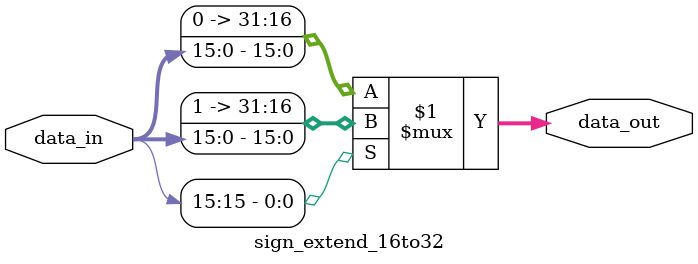
<source format=v>
module sign_extend_16to32(
    input wire  [15:0] data_in,
    output wire [31:0] data_out
);
assign data_out = (data_in[15]) ? {{16{1'b1}}, data_in} : {{16{1'b0}}, data_in}; //bit 1 ou 0 repetido 16 vezes concatenado com o data in

endmodule
</source>
